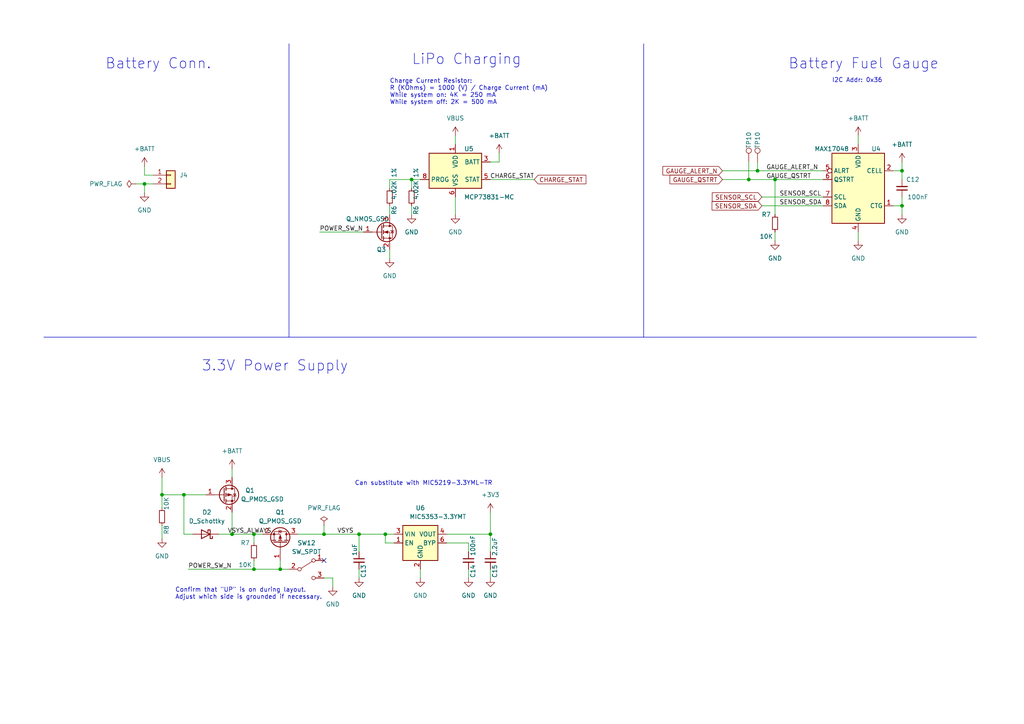
<source format=kicad_sch>
(kicad_sch (version 20230121) (generator eeschema)
  (paper "A4")
  (title_block (title "Kudzu") (date "2023-09-26") (rev "1") (company "Copyright 2023 The Pigweed Authors"))
  (lib_symbols
    (symbol "Connector:TestPoint" (pin_numbers hide) (pin_names (offset 0.762) hide)
      (property "Reference" "TP" (at 0 6.858 0))
      (property "Value" "TestPoint" (at 0 5.08 0))
      (symbol "TestPoint_0_1"
        (circle (center 0 3.302) (radius 0.762))
      )
      (symbol "TestPoint_1_1"
        (pin passive line (at 0 0 90) (length 2.54) (name "1") (number "1"))
      )
    )
    (symbol "Connector_Generic:Conn_01x02" (pin_names (offset 1.016) hide)
      (property "Reference" "J" (at 0 2.54 0))
      (property "Value" "Conn_01x02" (at 0 -5.08 0))
      (symbol "Conn_01x02_1_1"
        (rectangle (start -1.27 -2.413) (end 0 -2.667) (stroke (width 0.1524)))
        (rectangle (start -1.27 0.127) (end 0 -0.127) (stroke (width 0.1524)))
        (rectangle (start -1.27 1.27) (end 1.27 -3.81) (stroke (width 0.254)) (fill (type background)))
        (pin passive line (at -5.08 0 0) (length 3.81) (name "Pin_1") (number "1"))
        (pin passive line (at -5.08 -2.54 0) (length 3.81) (name "Pin_2") (number "2"))
      )
    )
    (symbol "Device:C_Small" (pin_numbers hide) (pin_names (offset 0.254) hide)
      (property "Reference" "C" (at 0.254 1.778 0))
      (property "Value" "C_Small" (at 0.254 -2.032 0))
      (symbol "C_Small_0_1"
        (polyline (pts (xy -1.524 -0.508) (xy 1.524 -0.508)) (stroke (width 0.3302)))
        (polyline (pts (xy -1.524 0.508) (xy 1.524 0.508)) (stroke (width 0.3048)))
      )
      (symbol "C_Small_1_1"
        (pin passive line (at 0 2.54 270) (length 2.032) (name "~") (number "1"))
        (pin passive line (at 0 -2.54 90) (length 2.032) (name "~") (number "2"))
      )
    )
    (symbol "Device:D_Schottky" (pin_numbers hide) (pin_names (offset 1.016) hide)
      (property "Reference" "D" (at 0 2.54 0))
      (property "Value" "D_Schottky" (at 0 -2.54 0))
      (symbol "D_Schottky_0_1"
        (polyline (pts (xy 1.27 0) (xy -1.27 0)))
        (polyline (pts (xy 1.27 1.27) (xy 1.27 -1.27) (xy -1.27 0) (xy 1.27 1.27)) (stroke (width 0.254)))
        (polyline (pts (xy -1.905 0.635) (xy -1.905 1.27) (xy -1.27 1.27) (xy -1.27 -1.27) (xy -0.635 -1.27) (xy -0.635 -0.635)) (stroke (width 0.254)))
      )
      (symbol "D_Schottky_1_1"
        (pin passive line (at -3.81 0 0) (length 2.54) (name "K") (number "1"))
        (pin passive line (at 3.81 0 180) (length 2.54) (name "A") (number "2"))
      )
    )
    (symbol "Device:Q_NMOS_GSD" (pin_names (offset 0) hide)
      (property "Reference" "Q" (at 5.08 1.27 0))
      (property "Value" "Q_NMOS_GSD" (at 5.08 -1.27 0))
      (symbol "Q_NMOS_GSD_0_1"
        (polyline (pts (xy 0.254 0) (xy -2.54 0)))
        (polyline (pts (xy 0.254 1.905) (xy 0.254 -1.905)) (stroke (width 0.254)))
        (polyline (pts (xy 0.762 -1.27) (xy 0.762 -2.286)) (stroke (width 0.254)))
        (polyline (pts (xy 0.762 0.508) (xy 0.762 -0.508)) (stroke (width 0.254)))
        (polyline (pts (xy 0.762 2.286) (xy 0.762 1.27)) (stroke (width 0.254)))
        (polyline (pts (xy 2.54 2.54) (xy 2.54 1.778)))
        (polyline (pts (xy 2.54 -2.54) (xy 2.54 0) (xy 0.762 0)))
        (polyline (pts (xy 0.762 -1.778) (xy 3.302 -1.778) (xy 3.302 1.778) (xy 0.762 1.778)))
        (polyline (pts (xy 1.016 0) (xy 2.032 0.381) (xy 2.032 -0.381) (xy 1.016 0)) (fill (type outline)))
        (polyline (pts (xy 2.794 0.508) (xy 2.921 0.381) (xy 3.683 0.381) (xy 3.81 0.254)))
        (polyline (pts (xy 3.302 0.381) (xy 2.921 -0.254) (xy 3.683 -0.254) (xy 3.302 0.381)))
        (circle (center 1.651 0) (radius 2.794) (stroke (width 0.254)))
        (circle (center 2.54 -1.778) (radius 0.254) (fill (type outline)))
        (circle (center 2.54 1.778) (radius 0.254) (fill (type outline)))
      )
      (symbol "Q_NMOS_GSD_1_1"
        (pin input line (at -5.08 0 0) (length 2.54) (name "G") (number "1"))
        (pin passive line (at 2.54 -5.08 90) (length 2.54) (name "S") (number "2"))
        (pin passive line (at 2.54 5.08 270) (length 2.54) (name "D") (number "3"))
      )
    )
    (symbol "Device:Q_PMOS_GSD" (pin_names (offset 0) hide)
      (property "Reference" "Q" (at 5.08 1.27 0))
      (property "Value" "Q_PMOS_GSD" (at 5.08 -1.27 0))
      (symbol "Q_PMOS_GSD_0_1"
        (polyline (pts (xy 0.254 0) (xy -2.54 0)))
        (polyline (pts (xy 0.254 1.905) (xy 0.254 -1.905)) (stroke (width 0.254)))
        (polyline (pts (xy 0.762 -1.27) (xy 0.762 -2.286)) (stroke (width 0.254)))
        (polyline (pts (xy 0.762 0.508) (xy 0.762 -0.508)) (stroke (width 0.254)))
        (polyline (pts (xy 0.762 2.286) (xy 0.762 1.27)) (stroke (width 0.254)))
        (polyline (pts (xy 2.54 2.54) (xy 2.54 1.778)))
        (polyline (pts (xy 2.54 -2.54) (xy 2.54 0) (xy 0.762 0)))
        (polyline (pts (xy 0.762 1.778) (xy 3.302 1.778) (xy 3.302 -1.778) (xy 0.762 -1.778)))
        (polyline (pts (xy 2.286 0) (xy 1.27 0.381) (xy 1.27 -0.381) (xy 2.286 0)) (fill (type outline)))
        (polyline (pts (xy 2.794 -0.508) (xy 2.921 -0.381) (xy 3.683 -0.381) (xy 3.81 -0.254)))
        (polyline (pts (xy 3.302 -0.381) (xy 2.921 0.254) (xy 3.683 0.254) (xy 3.302 -0.381)))
        (circle (center 1.651 0) (radius 2.794) (stroke (width 0.254)))
        (circle (center 2.54 -1.778) (radius 0.254) (fill (type outline)))
        (circle (center 2.54 1.778) (radius 0.254) (fill (type outline)))
      )
      (symbol "Q_PMOS_GSD_1_1"
        (pin input line (at -5.08 0 0) (length 2.54) (name "G") (number "1"))
        (pin passive line (at 2.54 -5.08 90) (length 2.54) (name "S") (number "2"))
        (pin passive line (at 2.54 5.08 270) (length 2.54) (name "D") (number "3"))
      )
    )
    (symbol "Device:R_Small" (pin_numbers hide) (pin_names (offset 0.254) hide)
      (property "Reference" "R" (at 0.762 0.508 0))
      (property "Value" "R_Small" (at 0.762 -1.016 0))
      (symbol "R_Small_0_1"
        (rectangle (start -0.762 1.778) (end 0.762 -1.778) (stroke (width 0.2032)))
      )
      (symbol "R_Small_1_1"
        (pin passive line (at 0 2.54 270) (length 0.762) (name "~") (number "1"))
        (pin passive line (at 0 -2.54 90) (length 0.762) (name "~") (number "2"))
      )
    )
    (symbol "Regulator_Linear:MIC5353-3.3YMT"
      (property "Reference" "U" (at -3.81 6.35 0))
      (property "Value" "MIC5353-3.3YMT" (at 8.89 6.35 0))
      (symbol "MIC5353-3.3YMT_0_1"
        (rectangle (start -5.08 -5.08) (end 5.08 5.08) (stroke (width 0.254)) (fill (type background)))
        (pin input line (at -7.62 0 0) (length 2.54) (name "EN") (number "1"))
        (pin power_in line (at 0 -7.62 90) (length 2.54) (name "GND") (number "2"))
        (pin power_in line (at -7.62 2.54 0) (length 2.54) (name "VIN") (number "3"))
        (pin power_out line (at 7.62 2.54 180) (length 2.54) (name "VOUT") (number "4"))
        (pin no_connect line (at 5.08 -2.54 180) (length 2.54) hide (name "NC") (number "5"))
        (pin passive line (at 7.62 0 180) (length 2.54) (name "BYP") (number "6"))
        (pin passive line (at 0 -7.62 90) (length 2.54) hide (name "GND") (number "7"))
      )
    )
    (symbol "Switch:SW_SPDT" (pin_names (offset 0) hide)
      (property "Reference" "SW" (at 0 4.318 0))
      (property "Value" "SW_SPDT" (at 0 -5.08 0))
      (symbol "SW_SPDT_0_0"
        (circle (center -2.032 0) (radius 0.508))
        (circle (center 2.032 -2.54) (radius 0.508))
      )
      (symbol "SW_SPDT_0_1"
        (polyline (pts (xy -1.524 0.254) (xy 1.651 2.286)))
        (circle (center 2.032 2.54) (radius 0.508))
      )
      (symbol "SW_SPDT_1_1"
        (pin passive line (at 5.08 2.54 180) (length 2.54) (name "A") (number "1"))
        (pin passive line (at -5.08 0 0) (length 2.54) (name "B") (number "2"))
        (pin passive line (at 5.08 -2.54 180) (length 2.54) (name "C") (number "3"))
      )
    )
    (symbol "kudzu-parts:MAX17048"
      (property "Reference" "U" (at 2.54 11.43 0))
      (property "Value" "MAX17048" (at 0 0 0))
      (symbol "MAX17048_1_1"
        (rectangle (start -7.62 10.16) (end 7.62 -10.16) (stroke (width 0.254)) (fill (type background)))
        (pin input line (at 10.16 -5.08 180) (length 2.54) (name "CTG") (number "1"))
        (pin input line (at 10.16 5.08 180) (length 2.54) (name "CELL") (number "2"))
        (pin power_in line (at 0 12.7 270) (length 2.54) (name "VDD") (number "3"))
        (pin power_in line (at 0 -12.7 90) (length 2.54) (name "GND") (number "4"))
        (pin output inverted (at -10.16 5.08 0) (length 2.54) (name "ALRT") (number "5"))
        (pin input line (at -10.16 2.54 0) (length 2.54) (name "QSTRT") (number "6"))
        (pin input line (at -10.16 -2.54 0) (length 2.54) (name "SCL") (number "7"))
        (pin bidirectional line (at -10.16 -5.08 0) (length 2.54) (name "SDA") (number "8"))
        (pin passive line (at 0 -12.7 90) (length 2.54) hide (name "GND") (number "9"))
      )
    )
    (symbol "kudzu-parts:MCP73831-MC"
      (property "Reference" "U" (at 0 0 0))
      (property "Value" "MCP73831-MC" (at 0 0 0))
      (symbol "MCP73831-MC_1_1"
        (rectangle (start -7.62 5.08) (end 7.62 -5.08) (stroke (width 0.254)) (fill (type background)))
        (pin power_in line (at 0 7.62 270) (length 2.54) (name "VDD") (number "1"))
        (pin passive line (at 0 7.62 270) (length 2.54) hide (name "VDD") (number "2"))
        (pin power_out line (at 10.16 2.54 180) (length 2.54) (name "BATT") (number "3"))
        (pin passive line (at 10.16 2.54 180) (length 2.54) hide (name "BATT") (number "4"))
        (pin output line (at 10.16 -2.54 180) (length 2.54) (name "STAT") (number "5"))
        (pin power_in line (at 0 -7.62 90) (length 2.54) (name "VSS") (number "6"))
        (pin no_connect line (at -10.16 2.54 0) (length 2.54) hide (name "NC") (number "7"))
        (pin input line (at -10.16 -2.54 0) (length 2.54) (name "PROG") (number "8"))
        (pin passive line (at 0 -7.62 90) (length 2.54) hide (name "VSS") (number "9"))
      )
    )
    (symbol "power:+3V3" (power) (pin_names (offset 0))
      (property "Value" "+3V3" (at 0 3.556 0))
      (symbol "+3V3_0_1"
        (polyline (pts (xy -0.762 1.27) (xy 0 2.54)))
        (polyline (pts (xy 0 0) (xy 0 2.54)))
        (polyline (pts (xy 0 2.54) (xy 0.762 1.27)))
      )
      (symbol "+3V3_1_1"
        (pin power_in line (at 0 0 90) (length 0) hide (name "+3V3") (number "1"))
      )
    )
    (symbol "power:+BATT" (power) (pin_names (offset 0))
      (property "Value" "+BATT" (at 0 3.556 0))
      (symbol "+BATT_0_1"
        (polyline (pts (xy -0.762 1.27) (xy 0 2.54)))
        (polyline (pts (xy 0 0) (xy 0 2.54)))
        (polyline (pts (xy 0 2.54) (xy 0.762 1.27)))
      )
      (symbol "+BATT_1_1"
        (pin power_in line (at 0 0 90) (length 0) hide (name "+BATT") (number "1"))
      )
    )
    (symbol "power:GND" (power) (pin_names (offset 0))
      (property "Value" "GND" (at 0 -3.81 0))
      (symbol "GND_0_1"
        (polyline (pts (xy 0 0) (xy 0 -1.27) (xy 1.27 -1.27) (xy 0 -2.54) (xy -1.27 -1.27) (xy 0 -1.27)))
      )
      (symbol "GND_1_1"
        (pin power_in line (at 0 0 270) (length 0) hide (name "GND") (number "1"))
      )
    )
    (symbol "power:PWR_FLAG" (power) (pin_numbers hide) (pin_names (offset 0) hide)
      (property "Value" "PWR_FLAG" (at 0 3.81 0))
      (symbol "PWR_FLAG_0_0"
        (pin power_out line (at 0 0 90) (length 0) (name "pwr") (number "1"))
      )
      (symbol "PWR_FLAG_0_1"
        (polyline (pts (xy 0 0) (xy 0 1.27) (xy -1.016 1.905) (xy 0 2.54) (xy 1.016 1.905) (xy 0 1.27)))
      )
    )
    (symbol "power:VBUS" (power) (pin_names (offset 0))
      (property "Value" "VBUS" (at 0 3.81 0))
      (symbol "VBUS_0_1"
        (polyline (pts (xy -0.762 1.27) (xy 0 2.54)))
        (polyline (pts (xy 0 0) (xy 0 2.54)))
        (polyline (pts (xy 0 2.54) (xy 0.762 1.27)))
      )
      (symbol "VBUS_1_1"
        (pin power_in line (at 0 0 90) (length 0) hide (name "VBUS") (number "1"))
      )
    )
  )
  (junction (at 67.31 154.94))
  (junction (at 81.28 165.1))
  (junction (at 93.98 154.94))
  (junction (at 53.34 143.51))
  (junction (at 73.66 165.1))
  (junction (at 46.99 143.51))
  (junction (at 142.24 154.94))
  (junction (at 261.62 49.53))
  (junction (at 111.76 154.94))
  (junction (at 261.62 59.69))
  (junction (at 41.91 53.34))
  (junction (at 119.38 52.07))
  (junction (at 104.14 154.94))
  (junction (at 73.66 154.94))
  (junction (at 219.71 49.53))
  (junction (at 217.17 52.07))
  (junction (at 224.79 52.07))
  (no_connect (at 93.98 162.56))
  (wire (pts (xy 113.03 59.69) (xy 113.03 62.23)))
  (wire (pts (xy 135.89 165.1) (xy 135.89 167.64)))
  (wire (pts (xy 217.17 46.99) (xy 217.17 52.07)))
  (wire (pts (xy 119.38 52.07) (xy 113.03 52.07)))
  (wire (pts (xy 259.08 59.69) (xy 261.62 59.69)))
  (wire (pts (xy 113.03 52.07) (xy 113.03 54.61)))
  (wire (pts (xy 111.76 157.48) (xy 114.3 157.48)))
  (wire (pts (xy 46.99 152.4) (xy 46.99 156.21)))
  (wire (pts (xy 92.71 67.31) (xy 105.41 67.31)))
  (wire (pts (xy 73.66 154.94) (xy 76.2 154.94)))
  (wire (pts (xy 209.55 49.53) (xy 219.71 49.53)))
  (wire (pts (xy 86.36 154.94) (xy 93.98 154.94)))
  (wire (pts (xy 142.24 154.94) (xy 142.24 160.02)))
  (wire (pts (xy 113.03 72.39) (xy 113.03 74.93)))
  (wire (pts (xy 121.92 165.1) (xy 121.92 167.64)))
  (wire (pts (xy 129.54 157.48) (xy 135.89 157.48)))
  (wire (pts (xy 46.99 143.51) (xy 46.99 138.43)))
  (wire (pts (xy 132.08 57.15) (xy 132.08 62.23)))
  (wire (pts (xy 248.92 39.37) (xy 248.92 41.91)))
  (wire (pts (xy 104.14 165.1) (xy 104.14 167.64)))
  (wire (pts (xy 53.34 143.51) (xy 46.99 143.51)))
  (wire (pts (xy 119.38 52.07) (xy 121.92 52.07)))
  (wire (pts (xy 73.66 154.94) (xy 73.66 157.48)))
  (wire (pts (xy 67.31 148.59) (xy 67.31 154.94)))
  (wire (pts (xy 220.98 57.15) (xy 238.76 57.15)))
  (wire (pts (xy 111.76 154.94) (xy 111.76 157.48)))
  (wire (pts (xy 41.91 50.8) (xy 44.45 50.8)))
  (polyline (pts (xy 12.7 97.79) (xy 283.21 97.79)))
  (wire (pts (xy 135.89 160.02) (xy 135.89 157.48)))
  (wire (pts (xy 41.91 53.34) (xy 44.45 53.34)))
  (wire (pts (xy 144.78 44.45) (xy 144.78 46.99)))
  (wire (pts (xy 53.34 143.51) (xy 59.69 143.51)))
  (wire (pts (xy 93.98 154.94) (xy 104.14 154.94)))
  (wire (pts (xy 93.98 167.64) (xy 96.52 167.64)))
  (wire (pts (xy 119.38 52.07) (xy 119.38 54.61)))
  (wire (pts (xy 219.71 49.53) (xy 238.76 49.53)))
  (wire (pts (xy 104.14 154.94) (xy 104.14 160.02)))
  (wire (pts (xy 132.08 39.37) (xy 132.08 41.91)))
  (wire (pts (xy 73.66 162.56) (xy 73.66 165.1)))
  (wire (pts (xy 219.71 46.99) (xy 219.71 49.53)))
  (wire (pts (xy 224.79 67.31) (xy 224.79 69.85)))
  (wire (pts (xy 63.5 154.94) (xy 67.31 154.94)))
  (wire (pts (xy 261.62 49.53) (xy 261.62 46.99)))
  (wire (pts (xy 81.28 162.56) (xy 81.28 165.1)))
  (wire (pts (xy 111.76 154.94) (xy 114.3 154.94)))
  (wire (pts (xy 41.91 55.88) (xy 41.91 53.34)))
  (wire (pts (xy 81.28 165.1) (xy 83.82 165.1)))
  (wire (pts (xy 142.24 52.07) (xy 154.94 52.07)))
  (wire (pts (xy 261.62 49.53) (xy 261.62 52.07)))
  (wire (pts (xy 55.88 154.94) (xy 53.34 154.94)))
  (wire (pts (xy 261.62 59.69) (xy 261.62 62.23)))
  (wire (pts (xy 142.24 46.99) (xy 144.78 46.99)))
  (wire (pts (xy 209.55 52.07) (xy 217.17 52.07)))
  (wire (pts (xy 96.52 167.64) (xy 96.52 170.18)))
  (wire (pts (xy 224.79 52.07) (xy 224.79 62.23)))
  (wire (pts (xy 46.99 143.51) (xy 46.99 147.32)))
  (wire (pts (xy 142.24 148.59) (xy 142.24 154.94)))
  (wire (pts (xy 224.79 52.07) (xy 238.76 52.07)))
  (wire (pts (xy 73.66 165.1) (xy 81.28 165.1)))
  (wire (pts (xy 39.37 53.34) (xy 41.91 53.34)))
  (wire (pts (xy 248.92 67.31) (xy 248.92 69.85)))
  (wire (pts (xy 259.08 49.53) (xy 261.62 49.53)))
  (wire (pts (xy 104.14 154.94) (xy 111.76 154.94)))
  (wire (pts (xy 54.61 165.1) (xy 73.66 165.1)))
  (wire (pts (xy 119.38 59.69) (xy 119.38 62.23)))
  (wire (pts (xy 220.98 59.69) (xy 238.76 59.69)))
  (polyline (pts (xy 83.82 12.7) (xy 83.82 97.79)))
  (wire (pts (xy 217.17 52.07) (xy 224.79 52.07)))
  (wire (pts (xy 67.31 154.94) (xy 73.66 154.94)))
  (wire (pts (xy 142.24 165.1) (xy 142.24 167.64)))
  (wire (pts (xy 261.62 57.15) (xy 261.62 59.69)))
  (wire (pts (xy 129.54 154.94) (xy 142.24 154.94)))
  (polyline (pts (xy 186.69 12.7) (xy 186.69 97.79)))
  (wire (pts (xy 93.98 152.4) (xy 93.98 154.94)))
  (wire (pts (xy 67.31 135.89) (xy 67.31 138.43)))
  (wire (pts (xy 53.34 154.94) (xy 53.34 143.51)))
  (wire (pts (xy 41.91 48.26) (xy 41.91 50.8)))
  (text "Charge Current Resistor:\nR (KOhms) = 1000 (V) / Charge Current (mA)\nWhile system on: 4K = 250 mA\nWhile system off: 2K = 500 mA" (at 113.03 30.48 0) (effects (font (size 1.27 1.27)) (justify left bottom)))
  (text "Confirm that \"UP\" is on during layout.\nAdjust which side is grounded if necessary." (at 50.8 173.99 0) (effects (font (size 1.27 1.27)) (justify left bottom)))
  (text "Can substitute with MIC5219-3.3YML-TR" (at 102.87 140.97 0) (effects (font (size 1.27 1.27)) (justify left bottom)))
  (text "Battery Conn." (at 30.48 20.32 0) (effects (font (size 3 3)) (justify left bottom)))
  (text "3.3V Power Supply\n" (at 58.42 107.95 0) (effects (font (size 3 3)) (justify left bottom)))
  (text "Battery Fuel Gauge\n" (at 228.6 20.32 0) (effects (font (size 3 3)) (justify left bottom)))
  (text "I2C Addr: 0x36" (at 241.3 24.13 0) (effects (font (size 1.27 1.27)) (justify left bottom)))
  (text "LiPo Charging\n" (at 119.38 19.05 0) (effects (font (size 3 3)) (justify left bottom)))
  (label "POWER_SW_N" (at 54.61 165.1 0))
  (label "VSYS_ALWAYS" (at 66.04 154.94 0))
  (label "POWER_SW_N" (at 92.71 67.31 0))
  (label "GAUGE_ALERT_N" (at 222.25 49.53 0))
  (label "CHARGE_STAT" (at 154.94 52.07 180))
  (label "SENSOR_SDA" (at 226.06 59.69 0))
  (label "GAUGE_QSTRT" (at 222.25 52.07 0))
  (label "VSYS" (at 97.79 154.94 0))
  (label "SENSOR_SCL" (at 226.06 57.15 0))
  (global_label "SENSOR_SDA" (shape input) (at 220.98 59.69 180) (property "Intersheetrefs" "${INTERSHEET_REFS}" (effects hide)))
  (global_label "GAUGE_ALERT_N" (shape input) (at 209.55 49.53 180) (property "Intersheetrefs" "${INTERSHEET_REFS}" (effects hide)))
  (global_label "SENSOR_SCL" (shape input) (at 220.98 57.15 180) (property "Intersheetrefs" "${INTERSHEET_REFS}" (effects hide)))
  (global_label "GAUGE_QSTRT" (shape input) (at 209.55 52.07 180) (property "Intersheetrefs" "${INTERSHEET_REFS}" (effects hide)))
  (global_label "CHARGE_STAT" (shape input) (at 154.94 52.07 0) (property "Intersheetrefs" "${INTERSHEET_REFS}" (effects hide)))
  (symbol (lib_id "Device:D_Schottky") (at 59.69 154.94 180) (unit 1)
    (property "Reference" "D2" (at 60.0075 148.59 0))
    (property "Value" "D_Schottky" (at 60.0075 151.13 0))
    (property "Footprint" "Diode_SMD:D_SOD-123" (effects hide))
    (property "Price @ 10" "0.16400" (effects hide))
    (property "Price @ 25" "0.16400" (effects hide))
    (property "DigiKey PN" "4786-B5819WCT-ND" (effects hide))
  )
  (symbol (lib_id "power:GND") (at 46.99 156.21 0) (unit 1)
    (property "Reference" "#PWR040" (effects hide))
    (property "Value" "GND" (at 46.99 161.29 0))
  )
  (symbol (lib_id "power:GND") (at 142.24 167.64 0) (unit 1)
    (property "Reference" "#PWR050" (effects hide))
    (property "Value" "GND" (at 142.24 172.72 0))
  )
  (symbol (lib_id "Device:R_Small") (at 73.66 160.02 180) (unit 1)
    (property "Reference" "R7" (at 71.12 157.48 0))
    (property "Value" "10K" (at 71.12 163.83 0))
    (property "Footprint" "Resistor_SMD:R_0603_1608Metric" (effects hide))
    (property "Price @ 10" "0.03240" (effects hide))
    (property "Price @ 25" "0.02380" (effects hide))
    (property "DigiKey PN" "RNCP0603FTD10K0TR-ND" (effects hide))
    (instances (project "kudzu" (path "" (reference "R7") (unit 1)) (path "" (reference "R38") (unit 1))))
  )
  (symbol (lib_id "power:+3V3") (at 142.24 148.59 0) (unit 1)
    (property "Reference" "#PWR049" (effects hide))
    (property "Value" "+3V3" (at 142.24 143.51 0))
  )
  (symbol (lib_id "Device:Q_PMOS_GSD") (at 81.28 157.48 270) (mirror x) (unit 1)
    (property "Reference" "Q1" (at 81.28 148.59 90))
    (property "Value" "Q_PMOS_GSD" (at 81.28 151.13 90))
    (property "Footprint" "Package_TO_SOT_SMD:SOT-23-3" (effects hide))
    (property "Price @ 10" "0.36000" (effects hide))
    (property "Price @ 25" "0.36000" (effects hide))
    (property "DigiKey PN" "31-DMG3415UQ-7CT-ND" (effects hide))
    (instances (project "kudzu" (path "" (reference "Q1") (unit 1)) (path "" (reference "Q2") (unit 1))))
  )
  (symbol (lib_id "Device:Q_PMOS_GSD") (at 64.77 143.51 0) (unit 1)
    (property "Reference" "Q1" (at 71.12 142.24 0) (effects (justify left)))
    (property "Value" "Q_PMOS_GSD" (at 69.85 144.78 0) (effects (justify left)))
    (property "Footprint" "Package_TO_SOT_SMD:SOT-23-3" (effects hide))
    (property "Price @ 10" "0.36000" (effects hide))
    (property "Price @ 25" "0.36000" (effects hide))
    (property "DigiKey PN" "31-DMG3415UQ-7CT-ND" (effects hide))
  )
  (symbol (lib_id "kudzu-parts:MCP73831-MC") (at 132.08 49.53 0) (unit 1)
    (property "Reference" "U5" (at 134.62 43.18 0) (effects (justify left)))
    (property "Value" "MCP73831-MC" (at 134.62 57.15 0) (effects (justify left)))
    (property "Footprint" "Package_DFN_QFN:DFN-8-1EP_3x2mm_P0.5mm_EP1.75x1.45mm" (effects hide))
    (property "Datasheet" "https://ww1.microchip.com/downloads/en/DeviceDoc/MCP73831-Family-Data-Sheet-DS20001984H.pdf" (effects hide))
    (property "DigiKey PN" "MCP73831T-2ACI/MCCT-ND" (effects hide))
    (property "Price @ 10" "0.79000" (effects hide))
    (property "Price @ 25" "0.65000" (effects hide))
  )
  (symbol (lib_id "Connector:TestPoint") (at 219.71 46.99 0) (unit 1)
    (property "Reference" "TP10" (at 219.71 40.64 90))
    (property "Value" "GAUGE_ALERT_N" (effects hide))
    (property "Footprint" "TestPoint:TestPoint_Pad_D1.0mm" (effects hide))
    (instances (project "kudzu" (path "" (reference "TP10") (unit 1)) (path "" (reference "TP10") (unit 1)) (path "" (reference "TP27") (unit 1))))
  )
  (symbol (lib_id "Switch:SW_SPDT") (at 88.9 165.1 0) (unit 1)
    (property "Reference" "SW12" (at 88.9 157.48 0))
    (property "Value" "SW_SPDT" (at 88.9 160.02 0))
    (property "Footprint" "Button_Switch_SMD:SW_SPDT_CK-JS102011SAQN" (effects hide))
    (property "DigiKey PN" "401-1999-1-ND" (effects hide))
    (property "Price @ 10" "0.68300" (effects hide))
    (property "Price @ 25" "0.65640" (effects hide))
  )
  (symbol (lib_id "power:+BATT") (at 67.31 135.89 0) (unit 1)
    (property "Reference" "#PWR044" (effects hide))
    (property "Value" "+BATT" (at 67.31 130.81 0))
  )
  (symbol (lib_id "power:GND") (at 135.89 167.64 0) (unit 1)
    (property "Reference" "#PWR048" (effects hide))
    (property "Value" "GND" (at 135.89 172.72 0))
  )
  (symbol (lib_id "Device:R_Small") (at 119.38 57.15 180) (unit 1)
    (property "Reference" "R6" (at 120.65 60.96 90))
    (property "Value" "4.02K 1%" (at 120.65 53.34 90))
    (property "Footprint" "Resistor_SMD:R_0603_1608Metric" (effects hide))
    (property "Price @ 10" "0.01800" (effects hide))
    (property "Price @ 25" "0.01060" (effects hide))
    (property "DigiKey PN" "311-4.02KHRTR-ND" (effects hide))
  )
  (symbol (lib_id "Device:R_Small") (at 46.99 149.86 180) (unit 1)
    (property "Reference" "R8" (at 48.26 153.67 90))
    (property "Value" "10K" (at 48.26 146.05 90))
    (property "Footprint" "Resistor_SMD:R_0603_1608Metric" (effects hide))
    (property "Price @ 10" "0.03240" (effects hide))
    (property "Price @ 25" "0.02380" (effects hide))
    (property "DigiKey PN" "RNCP0603FTD10K0TR-ND" (effects hide))
  )
  (symbol (lib_id "Device:C_Small") (at 104.14 162.56 0) (unit 1)
    (property "Reference" "C13" (at 105.41 167.64 90) (effects (justify left)))
    (property "Value" "1uF" (at 102.87 161.29 90) (effects (justify left)))
    (property "Footprint" "Capacitor_SMD:C_0603_1608Metric" (effects hide))
    (property "Price @ 10" "0.03100" (effects hide))
    (property "DigiKey PN" "1276-1102-2-ND" (effects hide))
  )
  (symbol (lib_id "power:GND") (at 104.14 167.64 0) (unit 1)
    (property "Reference" "#PWR045" (effects hide))
    (property "Value" "GND" (at 104.14 172.72 0))
  )
  (symbol (lib_id "Connector_Generic:Conn_01x02") (at 49.53 50.8 0) (unit 1)
    (property "Reference" "J4" (at 52.07 50.8 0) (effects (justify left)))
    (property "Value" "Conn_01x02" (effects hide))
    (property "Footprint" "KudzuLibrary:JST_PH_S2B-PH-SM_1x02_P2.00mm_Horizontal" (effects hide))
    (property "Price @ 10" "0.50300" (effects hide))
    (property "Price @ 25" "0.50300" (effects hide))
    (property "DigiKey PN" "455-S2B-PH-SM4-TBCT-ND" (effects hide))
  )
  (symbol (lib_id "power:GND") (at 224.79 69.85 0) (unit 1)
    (property "Reference" "#PWR032" (effects hide))
    (property "Value" "GND" (at 224.79 74.93 0))
  )
  (symbol (lib_id "power:+BATT") (at 248.92 39.37 0) (unit 1)
    (property "Reference" "#PWR033" (effects hide))
    (property "Value" "+BATT" (at 248.92 34.29 0))
  )
  (symbol (lib_id "Device:R_Small") (at 224.79 64.77 180) (unit 1)
    (property "Reference" "R7" (at 222.25 62.23 0))
    (property "Value" "10K" (at 222.25 68.58 0))
    (property "Footprint" "Resistor_SMD:R_0603_1608Metric" (effects hide))
    (property "Price @ 10" "0.03240" (effects hide))
    (property "Price @ 25" "0.02380" (effects hide))
    (property "DigiKey PN" "RNCP0603FTD10K0TR-ND" (effects hide))
  )
  (symbol (lib_id "Device:R_Small") (at 113.03 57.15 180) (unit 1)
    (property "Reference" "R6" (at 114.3 60.96 90))
    (property "Value" "4.02K 1%" (at 114.3 53.34 90))
    (property "Footprint" "Resistor_SMD:R_0603_1608Metric" (effects hide))
    (property "Price @ 10" "0.01800" (effects hide))
    (property "Price @ 25" "0.01060" (effects hide))
    (property "DigiKey PN" "311-4.02KHRTR-ND" (effects hide))
    (instances (project "kudzu" (path "" (reference "R6") (unit 1)) (path "" (reference "R24") (unit 1))))
  )
  (symbol (lib_id "power:VBUS") (at 46.99 138.43 0) (unit 1)
    (property "Reference" "#PWR039" (effects hide))
    (property "Value" "VBUS" (at 46.99 133.35 0))
  )
  (symbol (lib_id "power:GND") (at 121.92 167.64 0) (unit 1)
    (property "Reference" "#PWR047" (effects hide))
    (property "Value" "GND" (at 121.92 172.72 0))
  )
  (symbol (lib_id "power:GND") (at 113.03 74.93 0) (unit 1)
    (property "Reference" "#PWR027" (effects hide))
    (property "Value" "GND" (at 113.03 80.01 0))
    (instances (project "kudzu" (path "" (reference "#PWR027") (unit 1)) (path "" (reference "#PWR042") (unit 1))))
  )
  (symbol (lib_id "power:VBUS") (at 132.08 39.37 0) (unit 1)
    (property "Reference" "#PWR028" (effects hide))
    (property "Value" "VBUS" (at 132.08 34.29 0))
  )
  (symbol (lib_id "kudzu-parts:MAX17048") (at 248.92 54.61 0) (unit 1)
    (property "Reference" "U4" (at 252.73 43.18 0) (effects (justify left)))
    (property "Value" "MAX17048" (at 236.22 43.18 0) (effects (justify left)))
    (property "Footprint" "Package_DFN_QFN:TDFN-8-1EP_2x2mm_P0.5mm_EP0.8x1.2mm" (effects hide))
    (property "Datasheet" "https://www.analog.com/media/en/technical-documentation/data-sheets/max17048-max17049.pdf" (effects hide))
    (property "Price @ 10" "3.03900" (effects hide))
    (property "Price @ 25" "2.87280" (effects hide))
    (property "DigiKey PN" "MAX17048G+T10TR-ND" (effects hide))
  )
  (symbol (lib_id "power:PWR_FLAG") (at 93.98 152.4 0) (unit 1)
    (property "Reference" "#FLG03" (effects hide))
    (property "Value" "PWR_FLAG" (at 93.98 147.32 0))
  )
  (symbol (lib_id "Device:C_Small") (at 142.24 162.56 0) (unit 1)
    (property "Reference" "C15" (at 143.51 167.64 90) (effects (justify left)))
    (property "Value" "2.2uF" (at 143.51 161.29 90) (effects (justify left)))
    (property "Footprint" "Capacitor_SMD:C_0603_1608Metric" (effects hide))
    (property "Price @ 10" "0.03460" (effects hide))
    (property "Price @ 25" "0.02830" (effects hide))
    (property "DigiKey PN" "1276-1040-2-ND" (effects hide))
  )
  (symbol (lib_id "Device:C_Small") (at 261.62 54.61 180) (unit 1)
    (property "Reference" "C12" (at 266.7 52.07 0) (effects (justify left)))
    (property "Value" "100nF" (at 269.24 57.15 0) (effects (justify left)))
    (property "Footprint" "Capacitor_SMD:C_0603_1608Metric" (effects hide))
    (property "Price @ 10" "0.01200" (effects hide))
    (property "Price @ 25" "0.00856" (effects hide))
    (property "DigiKey PN" "1276-1000-2-ND" (effects hide))
  )
  (symbol (lib_id "power:+BATT") (at 144.78 44.45 0) (unit 1)
    (property "Reference" "#PWR030" (effects hide))
    (property "Value" "+BATT" (at 144.78 39.37 0))
  )
  (symbol (lib_id "power:GND") (at 261.62 62.23 0) (unit 1)
    (property "Reference" "#PWR036" (effects hide))
    (property "Value" "GND" (at 261.62 67.31 0))
  )
  (symbol (lib_id "power:GND") (at 41.91 55.88 0) (unit 1)
    (property "Reference" "#PWR026" (effects hide))
    (property "Value" "GND" (at 41.91 60.96 0))
  )
  (symbol (lib_id "Regulator_Linear:MIC5353-3.3YMT") (at 121.92 157.48 0) (unit 1) (in_bom no)
    (property "Reference" "U6" (at 121.92 147.32 0))
    (property "Value" "MIC5353-3.3YMT" (at 127 149.86 0))
    (property "Footprint" "Package_DFN_QFN:MLF-6-1EP_1.6x1.6mm_P0.5mm_EP0.5x1.26mm" (effects hide))
    (property "Datasheet" "http://ww1.microchip.com/downloads/en/DeviceDoc/mic5353.pdf" (effects hide))
    (property "DigiKey PN" "576-3680-2-ND" (effects hide))
    (property "Price @ 10" "0.46000" (effects hide))
    (property "Price @ 25" "0.37000" (effects hide))
  )
  (symbol (lib_id "power:+BATT") (at 41.91 48.26 0) (unit 1)
    (property "Reference" "#PWR025" (effects hide))
    (property "Value" "+BATT" (at 41.91 43.18 0))
  )
  (symbol (lib_id "power:GND") (at 119.38 62.23 0) (unit 1)
    (property "Reference" "#PWR027" (effects hide))
    (property "Value" "GND" (at 119.38 67.31 0))
  )
  (symbol (lib_id "Device:Q_NMOS_GSD") (at 110.49 67.31 0) (unit 1)
    (property "Reference" "Q3" (at 109.22 72.39 0) (effects (justify left)))
    (property "Value" "Q_NMOS_GSD" (at 100.33 63.5 0) (effects (justify left)))
    (property "Footprint" "Package_TO_SOT_SMD:SOT-23-3" (effects hide))
    (property "DigiKey PN" "2N7002-FDICT-ND" (effects hide))
    (property "Price @ 10" "0.17900" (effects hide))
    (property "Price @ 25" "0.17900" (effects hide))
  )
  (symbol (lib_id "Device:C_Small") (at 135.89 162.56 0) (unit 1)
    (property "Reference" "C14" (at 137.16 167.64 90) (effects (justify left)))
    (property "Value" "100nF" (at 137.16 161.29 90) (effects (justify left)))
    (property "Footprint" "Capacitor_SMD:C_0603_1608Metric" (effects hide))
    (property "Price @ 10" "0.01200" (effects hide))
    (property "Price @ 25" "0.00856" (effects hide))
    (property "DigiKey PN" "1276-1000-2-ND" (effects hide))
  )
  (symbol (lib_id "power:GND") (at 248.92 69.85 0) (unit 1)
    (property "Reference" "#PWR034" (effects hide))
    (property "Value" "GND" (at 248.92 74.93 0))
  )
  (symbol (lib_id "power:GND") (at 132.08 62.23 0) (unit 1)
    (property "Reference" "#PWR029" (effects hide))
    (property "Value" "GND" (at 132.08 67.31 0))
  )
  (symbol (lib_id "power:GND") (at 96.52 170.18 0) (unit 1)
    (property "Reference" "#PWR045" (effects hide))
    (property "Value" "GND" (at 96.52 175.26 0))
    (instances (project "kudzu" (path "" (reference "#PWR045") (unit 1)) (path "" (reference "#PWR099") (unit 1))))
  )
  (symbol (lib_id "Connector:TestPoint") (at 217.17 46.99 0) (unit 1)
    (property "Reference" "TP10" (at 217.17 40.64 90))
    (property "Value" "GAUGE_QSTRT" (effects hide))
    (property "Footprint" "TestPoint:TestPoint_Pad_D1.0mm" (effects hide))
    (instances (project "kudzu" (path "" (reference "TP10") (unit 1)) (path "" (reference "TP10") (unit 1)) (path "" (reference "TP28") (unit 1))))
  )
  (symbol (lib_id "power:PWR_FLAG") (at 39.37 53.34 90) (unit 1)
    (property "Reference" "#FLG01" (effects hide))
    (property "Value" "PWR_FLAG" (at 35.56 53.34 90) (effects (justify left)))
  )
  (symbol (lib_id "power:+BATT") (at 261.62 46.99 0) (unit 1)
    (property "Reference" "#PWR035" (effects hide))
    (property "Value" "+BATT" (at 261.62 41.91 0))
  )
)
</source>
